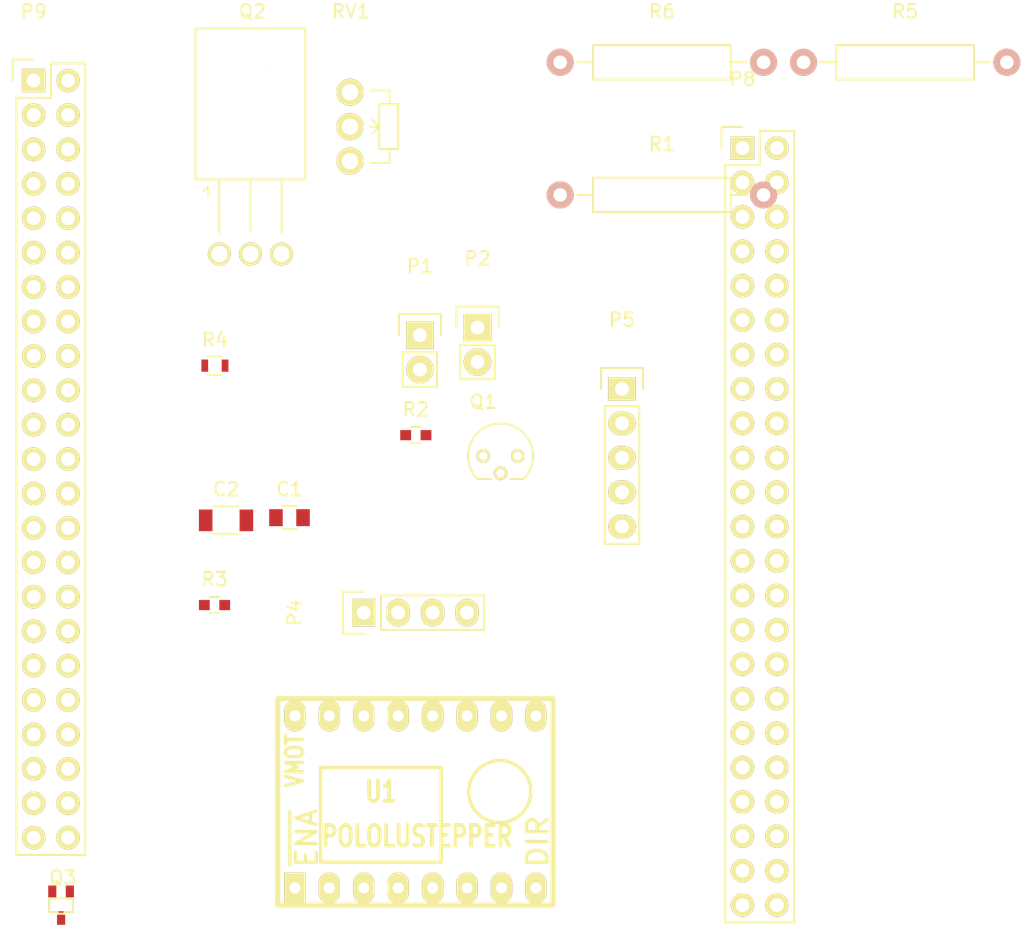
<source format=kicad_pcb>
(kicad_pcb (version 20160815) (host pcbnew "(2016-10-23 revision 4ee344e15)-master")

  (general
    (links 41)
    (no_connects 41)
    (area 0 0 0 0)
    (thickness 1.6)
    (drawings 0)
    (tracks 0)
    (zones 0)
    (modules 19)
    (nets 109)
  )

  (page A4)
  (layers
    (0 F.Cu signal)
    (31 B.Cu signal)
    (32 B.Adhes user)
    (33 F.Adhes user)
    (34 B.Paste user)
    (35 F.Paste user)
    (36 B.SilkS user)
    (37 F.SilkS user)
    (38 B.Mask user)
    (39 F.Mask user)
    (40 Dwgs.User user)
    (41 Cmts.User user)
    (42 Eco1.User user)
    (43 Eco2.User user)
    (44 Edge.Cuts user)
    (45 Margin user)
    (46 B.CrtYd user)
    (47 F.CrtYd user)
    (48 B.Fab user)
    (49 F.Fab user)
  )

  (setup
    (last_trace_width 0.25)
    (trace_clearance 0.2)
    (zone_clearance 0.508)
    (zone_45_only no)
    (trace_min 0.2)
    (segment_width 0.2)
    (edge_width 0.15)
    (via_size 0.8)
    (via_drill 0.4)
    (via_min_size 0.4)
    (via_min_drill 0.3)
    (uvia_size 0.3)
    (uvia_drill 0.1)
    (uvias_allowed no)
    (uvia_min_size 0.2)
    (uvia_min_drill 0.1)
    (pcb_text_width 0.3)
    (pcb_text_size 1.5 1.5)
    (mod_edge_width 0.15)
    (mod_text_size 1 1)
    (mod_text_width 0.15)
    (pad_size 1.524 1.524)
    (pad_drill 0.762)
    (pad_to_mask_clearance 0.2)
    (aux_axis_origin 0 0)
    (visible_elements FFFFFF7F)
    (pcbplotparams
      (layerselection 0x00030_ffffffff)
      (usegerberextensions false)
      (excludeedgelayer true)
      (linewidth 0.100000)
      (plotframeref false)
      (viasonmask false)
      (mode 1)
      (useauxorigin false)
      (hpglpennumber 1)
      (hpglpenspeed 20)
      (hpglpendiameter 15)
      (psnegative false)
      (psa4output false)
      (plotreference true)
      (plotvalue true)
      (plotinvisibletext false)
      (padsonsilk false)
      (subtractmaskfromsilk false)
      (outputformat 1)
      (mirror false)
      (drillshape 1)
      (scaleselection 1)
      (outputdirectory ""))
  )

  (net 0 "")
  (net 1 "Net-(C1-Pad1)")
  (net 2 GND)
  (net 3 "Net-(C2-Pad1)")
  (net 4 +12V)
  (net 5 "Net-(P2-Pad1)")
  (net 6 "Net-(P2-Pad2)")
  (net 7 "Net-(P4-Pad1)")
  (net 8 "Net-(P4-Pad2)")
  (net 9 "Net-(P4-Pad3)")
  (net 10 "Net-(P4-Pad4)")
  (net 11 MIRROR_CLK)
  (net 12 "Net-(P5-Pad2)")
  (net 13 "Net-(P8-Pad46)")
  (net 14 "Net-(P8-Pad45)")
  (net 15 "Net-(P8-Pad44)")
  (net 16 "Net-(P8-Pad43)")
  (net 17 "Net-(P8-Pad42)")
  (net 18 "Net-(P8-Pad41)")
  (net 19 "Net-(P8-Pad40)")
  (net 20 "Net-(P8-Pad39)")
  (net 21 "Net-(P8-Pad38)")
  (net 22 "Net-(P8-Pad37)")
  (net 23 "Net-(P8-Pad36)")
  (net 24 "Net-(P8-Pad35)")
  (net 25 "Net-(P8-Pad34)")
  (net 26 "Net-(P8-Pad33)")
  (net 27 "Net-(P8-Pad32)")
  (net 28 "Net-(P8-Pad31)")
  (net 29 "Net-(P8-Pad30)")
  (net 30 "Net-(P8-Pad29)")
  (net 31 "Net-(P8-Pad28)")
  (net 32 "Net-(P8-Pad27)")
  (net 33 "Net-(P8-Pad26)")
  (net 34 "Net-(P8-Pad25)")
  (net 35 "Net-(P8-Pad24)")
  (net 36 "Net-(P8-Pad23)")
  (net 37 "Net-(P8-Pad22)")
  (net 38 "Net-(P8-Pad21)")
  (net 39 "Net-(P8-Pad20)")
  (net 40 "Net-(P8-Pad19)")
  (net 41 "Net-(P8-Pad18)")
  (net 42 "Net-(P8-Pad17)")
  (net 43 "Net-(P8-Pad16)")
  (net 44 "Net-(P8-Pad15)")
  (net 45 "Net-(P8-Pad14)")
  (net 46 "Net-(P8-Pad13)")
  (net 47 "Net-(P8-Pad12)")
  (net 48 "Net-(P8-Pad11)")
  (net 49 "Net-(P8-Pad10)")
  (net 50 "Net-(P8-Pad9)")
  (net 51 "Net-(P8-Pad8)")
  (net 52 "Net-(P8-Pad7)")
  (net 53 "Net-(P8-Pad6)")
  (net 54 "Net-(P8-Pad5)")
  (net 55 "Net-(P8-Pad4)")
  (net 56 "Net-(P8-Pad3)")
  (net 57 "Net-(P8-Pad2)")
  (net 58 "Net-(P8-Pad1)")
  (net 59 3.3V)
  (net 60 "Net-(P9-Pad5)")
  (net 61 "Net-(P9-Pad6)")
  (net 62 "Net-(P9-Pad7)")
  (net 63 "Net-(P9-Pad8)")
  (net 64 "Net-(P9-Pad9)")
  (net 65 "Net-(P9-Pad10)")
  (net 66 "Net-(P9-Pad11)")
  (net 67 "Net-(P9-Pad12)")
  (net 68 SLED_STEP)
  (net 69 ~SLED_EN)
  (net 70 SLED_DIR)
  (net 71 "Net-(P9-Pad16)")
  (net 72 LASER_DATA)
  (net 73 "Net-(P9-Pad19)")
  (net 74 "Net-(P9-Pad20)")
  (net 75 "Net-(P9-Pad21)")
  (net 76 "Net-(P9-Pad22)")
  (net 77 "Net-(P9-Pad23)")
  (net 78 "Net-(P9-Pad24)")
  (net 79 "Net-(P9-Pad25)")
  (net 80 "Net-(P9-Pad26)")
  (net 81 "Net-(P9-Pad27)")
  (net 82 "Net-(P9-Pad28)")
  (net 83 "Net-(P9-Pad29)")
  (net 84 "Net-(P9-Pad30)")
  (net 85 "Net-(P9-Pad31)")
  (net 86 "Net-(P9-Pad32)")
  (net 87 "Net-(P9-Pad33)")
  (net 88 "Net-(P9-Pad34)")
  (net 89 "Net-(P9-Pad35)")
  (net 90 "Net-(P9-Pad36)")
  (net 91 "Net-(P9-Pad37)")
  (net 92 "Net-(P9-Pad38)")
  (net 93 "Net-(P9-Pad39)")
  (net 94 "Net-(P9-Pad40)")
  (net 95 "Net-(P9-Pad41)")
  (net 96 "Net-(P9-Pad42)")
  (net 97 "Net-(P9-Pad43)")
  (net 98 "Net-(P9-Pad44)")
  (net 99 "Net-(P9-Pad45)")
  (net 100 "Net-(P9-Pad46)")
  (net 101 +5V)
  (net 102 "Net-(Q2-Pad1)")
  (net 103 "Net-(Q3-Pad3)")
  (net 104 "Net-(R2-Pad2)")
  (net 105 "Net-(R3-Pad1)")
  (net 106 "Net-(P3-Pad2)")
  (net 107 "Net-(P3-Pad4)")
  (net 108 "Net-(P3-Pad6)")

  (net_class Default "This is the default net class."
    (clearance 0.2)
    (trace_width 0.25)
    (via_dia 0.8)
    (via_drill 0.4)
    (uvia_dia 0.3)
    (uvia_drill 0.1)
    (diff_pair_gap 0.25)
    (diff_pair_width 0.2)
    (add_net +12V)
    (add_net +5V)
    (add_net 3.3V)
    (add_net GND)
    (add_net LASER_DATA)
    (add_net MIRROR_CLK)
    (add_net "Net-(C1-Pad1)")
    (add_net "Net-(C2-Pad1)")
    (add_net "Net-(P2-Pad1)")
    (add_net "Net-(P2-Pad2)")
    (add_net "Net-(P3-Pad2)")
    (add_net "Net-(P3-Pad4)")
    (add_net "Net-(P3-Pad6)")
    (add_net "Net-(P4-Pad1)")
    (add_net "Net-(P4-Pad2)")
    (add_net "Net-(P4-Pad3)")
    (add_net "Net-(P4-Pad4)")
    (add_net "Net-(P5-Pad2)")
    (add_net "Net-(P8-Pad1)")
    (add_net "Net-(P8-Pad10)")
    (add_net "Net-(P8-Pad11)")
    (add_net "Net-(P8-Pad12)")
    (add_net "Net-(P8-Pad13)")
    (add_net "Net-(P8-Pad14)")
    (add_net "Net-(P8-Pad15)")
    (add_net "Net-(P8-Pad16)")
    (add_net "Net-(P8-Pad17)")
    (add_net "Net-(P8-Pad18)")
    (add_net "Net-(P8-Pad19)")
    (add_net "Net-(P8-Pad2)")
    (add_net "Net-(P8-Pad20)")
    (add_net "Net-(P8-Pad21)")
    (add_net "Net-(P8-Pad22)")
    (add_net "Net-(P8-Pad23)")
    (add_net "Net-(P8-Pad24)")
    (add_net "Net-(P8-Pad25)")
    (add_net "Net-(P8-Pad26)")
    (add_net "Net-(P8-Pad27)")
    (add_net "Net-(P8-Pad28)")
    (add_net "Net-(P8-Pad29)")
    (add_net "Net-(P8-Pad3)")
    (add_net "Net-(P8-Pad30)")
    (add_net "Net-(P8-Pad31)")
    (add_net "Net-(P8-Pad32)")
    (add_net "Net-(P8-Pad33)")
    (add_net "Net-(P8-Pad34)")
    (add_net "Net-(P8-Pad35)")
    (add_net "Net-(P8-Pad36)")
    (add_net "Net-(P8-Pad37)")
    (add_net "Net-(P8-Pad38)")
    (add_net "Net-(P8-Pad39)")
    (add_net "Net-(P8-Pad4)")
    (add_net "Net-(P8-Pad40)")
    (add_net "Net-(P8-Pad41)")
    (add_net "Net-(P8-Pad42)")
    (add_net "Net-(P8-Pad43)")
    (add_net "Net-(P8-Pad44)")
    (add_net "Net-(P8-Pad45)")
    (add_net "Net-(P8-Pad46)")
    (add_net "Net-(P8-Pad5)")
    (add_net "Net-(P8-Pad6)")
    (add_net "Net-(P8-Pad7)")
    (add_net "Net-(P8-Pad8)")
    (add_net "Net-(P8-Pad9)")
    (add_net "Net-(P9-Pad10)")
    (add_net "Net-(P9-Pad11)")
    (add_net "Net-(P9-Pad12)")
    (add_net "Net-(P9-Pad16)")
    (add_net "Net-(P9-Pad19)")
    (add_net "Net-(P9-Pad20)")
    (add_net "Net-(P9-Pad21)")
    (add_net "Net-(P9-Pad22)")
    (add_net "Net-(P9-Pad23)")
    (add_net "Net-(P9-Pad24)")
    (add_net "Net-(P9-Pad25)")
    (add_net "Net-(P9-Pad26)")
    (add_net "Net-(P9-Pad27)")
    (add_net "Net-(P9-Pad28)")
    (add_net "Net-(P9-Pad29)")
    (add_net "Net-(P9-Pad30)")
    (add_net "Net-(P9-Pad31)")
    (add_net "Net-(P9-Pad32)")
    (add_net "Net-(P9-Pad33)")
    (add_net "Net-(P9-Pad34)")
    (add_net "Net-(P9-Pad35)")
    (add_net "Net-(P9-Pad36)")
    (add_net "Net-(P9-Pad37)")
    (add_net "Net-(P9-Pad38)")
    (add_net "Net-(P9-Pad39)")
    (add_net "Net-(P9-Pad40)")
    (add_net "Net-(P9-Pad41)")
    (add_net "Net-(P9-Pad42)")
    (add_net "Net-(P9-Pad43)")
    (add_net "Net-(P9-Pad44)")
    (add_net "Net-(P9-Pad45)")
    (add_net "Net-(P9-Pad46)")
    (add_net "Net-(P9-Pad5)")
    (add_net "Net-(P9-Pad6)")
    (add_net "Net-(P9-Pad7)")
    (add_net "Net-(P9-Pad8)")
    (add_net "Net-(P9-Pad9)")
    (add_net "Net-(Q2-Pad1)")
    (add_net "Net-(Q3-Pad3)")
    (add_net "Net-(R2-Pad2)")
    (add_net "Net-(R3-Pad1)")
    (add_net SLED_DIR)
    (add_net SLED_STEP)
    (add_net ~SLED_EN)
  )

  (module Capacitors_SMD:C_0805 (layer F.Cu) (tedit 5415D6EA) (tstamp 5876B616)
    (at 88.502395 71.730216)
    (descr "Capacitor SMD 0805, reflow soldering, AVX (see smccp.pdf)")
    (tags "capacitor 0805")
    (path /5873124A)
    (attr smd)
    (fp_text reference C1 (at 0 -2.1) (layer F.SilkS)
      (effects (font (size 1 1) (thickness 0.15)))
    )
    (fp_text value 100n (at 0 2.1) (layer F.Fab)
      (effects (font (size 1 1) (thickness 0.15)))
    )
    (fp_line (start -1.8 -1) (end 1.8 -1) (layer F.CrtYd) (width 0.05))
    (fp_line (start -1.8 1) (end 1.8 1) (layer F.CrtYd) (width 0.05))
    (fp_line (start -1.8 -1) (end -1.8 1) (layer F.CrtYd) (width 0.05))
    (fp_line (start 1.8 -1) (end 1.8 1) (layer F.CrtYd) (width 0.05))
    (fp_line (start 0.5 -0.85) (end -0.5 -0.85) (layer F.SilkS) (width 0.15))
    (fp_line (start -0.5 0.85) (end 0.5 0.85) (layer F.SilkS) (width 0.15))
    (pad 1 smd rect (at -1 0) (size 1 1.25) (layers F.Cu F.Paste F.Mask)
      (net 1 "Net-(C1-Pad1)"))
    (pad 2 smd rect (at 1 0) (size 1 1.25) (layers F.Cu F.Paste F.Mask)
      (net 2 GND))
    (model Capacitors_SMD.3dshapes/C_0805.wrl
      (at (xyz 0 0 0))
      (scale (xyz 1 1 1))
      (rotate (xyz 0 0 0))
    )
  )

  (module Capacitors_SMD:C_1206 (layer F.Cu) (tedit 5415D7BD) (tstamp 5876B622)
    (at 83.821444 71.930216)
    (descr "Capacitor SMD 1206, reflow soldering, AVX (see smccp.pdf)")
    (tags "capacitor 1206")
    (path /587316D5)
    (attr smd)
    (fp_text reference C2 (at 0 -2.3) (layer F.SilkS)
      (effects (font (size 1 1) (thickness 0.15)))
    )
    (fp_text value 10u (at 0 2.3) (layer F.Fab)
      (effects (font (size 1 1) (thickness 0.15)))
    )
    (fp_line (start -2.3 -1.15) (end 2.3 -1.15) (layer F.CrtYd) (width 0.05))
    (fp_line (start -2.3 1.15) (end 2.3 1.15) (layer F.CrtYd) (width 0.05))
    (fp_line (start -2.3 -1.15) (end -2.3 1.15) (layer F.CrtYd) (width 0.05))
    (fp_line (start 2.3 -1.15) (end 2.3 1.15) (layer F.CrtYd) (width 0.05))
    (fp_line (start 1 -1.025) (end -1 -1.025) (layer F.SilkS) (width 0.15))
    (fp_line (start -1 1.025) (end 1 1.025) (layer F.SilkS) (width 0.15))
    (pad 1 smd rect (at -1.5 0) (size 1 1.6) (layers F.Cu F.Paste F.Mask)
      (net 3 "Net-(C2-Pad1)"))
    (pad 2 smd rect (at 1.5 0) (size 1 1.6) (layers F.Cu F.Paste F.Mask)
      (net 2 GND))
    (model Capacitors_SMD.3dshapes/C_1206.wrl
      (at (xyz 0 0 0))
      (scale (xyz 1 1 1))
      (rotate (xyz 0 0 0))
    )
  )

  (module Pin_Headers:Pin_Header_Straight_1x02 (layer F.Cu) (tedit 54EA090C) (tstamp 5876B633)
    (at 98.121444 58.260216)
    (descr "Through hole pin header")
    (tags "pin header")
    (path /58738E9B)
    (fp_text reference P1 (at 0 -5.1) (layer F.SilkS)
      (effects (font (size 1 1) (thickness 0.15)))
    )
    (fp_text value 12V (at 0 -3.1) (layer F.Fab)
      (effects (font (size 1 1) (thickness 0.15)))
    )
    (fp_line (start -1.27 3.81) (end 1.27 3.81) (layer F.SilkS) (width 0.15))
    (fp_line (start -1.27 1.27) (end -1.27 3.81) (layer F.SilkS) (width 0.15))
    (fp_line (start -1.55 -1.55) (end 1.55 -1.55) (layer F.SilkS) (width 0.15))
    (fp_line (start -1.55 0) (end -1.55 -1.55) (layer F.SilkS) (width 0.15))
    (fp_line (start 1.27 1.27) (end -1.27 1.27) (layer F.SilkS) (width 0.15))
    (fp_line (start -1.75 4.3) (end 1.75 4.3) (layer F.CrtYd) (width 0.05))
    (fp_line (start -1.75 -1.75) (end 1.75 -1.75) (layer F.CrtYd) (width 0.05))
    (fp_line (start 1.75 -1.75) (end 1.75 4.3) (layer F.CrtYd) (width 0.05))
    (fp_line (start -1.75 -1.75) (end -1.75 4.3) (layer F.CrtYd) (width 0.05))
    (fp_line (start 1.55 -1.55) (end 1.55 0) (layer F.SilkS) (width 0.15))
    (fp_line (start 1.27 1.27) (end 1.27 3.81) (layer F.SilkS) (width 0.15))
    (pad 2 thru_hole oval (at 0 2.54) (size 2.032 2.032) (drill 1.016) (layers *.Cu *.Mask F.SilkS)
      (net 2 GND))
    (pad 1 thru_hole rect (at 0 0) (size 2.032 2.032) (drill 1.016) (layers *.Cu *.Mask F.SilkS)
      (net 4 +12V))
    (model Pin_Headers.3dshapes/Pin_Header_Straight_1x02.wrl
      (at (xyz 0 -0.05 0))
      (scale (xyz 1 1 1))
      (rotate (xyz 0 0 90))
    )
  )

  (module Pin_Headers:Pin_Header_Straight_1x02 (layer F.Cu) (tedit 54EA090C) (tstamp 5876B644)
    (at 102.371443 57.700216)
    (descr "Through hole pin header")
    (tags "pin header")
    (path /58732D1D)
    (fp_text reference P2 (at 0 -5.1) (layer F.SilkS)
      (effects (font (size 1 1) (thickness 0.15)))
    )
    (fp_text value Laser (at 0 -3.1) (layer F.Fab)
      (effects (font (size 1 1) (thickness 0.15)))
    )
    (fp_line (start 1.27 1.27) (end 1.27 3.81) (layer F.SilkS) (width 0.15))
    (fp_line (start 1.55 -1.55) (end 1.55 0) (layer F.SilkS) (width 0.15))
    (fp_line (start -1.75 -1.75) (end -1.75 4.3) (layer F.CrtYd) (width 0.05))
    (fp_line (start 1.75 -1.75) (end 1.75 4.3) (layer F.CrtYd) (width 0.05))
    (fp_line (start -1.75 -1.75) (end 1.75 -1.75) (layer F.CrtYd) (width 0.05))
    (fp_line (start -1.75 4.3) (end 1.75 4.3) (layer F.CrtYd) (width 0.05))
    (fp_line (start 1.27 1.27) (end -1.27 1.27) (layer F.SilkS) (width 0.15))
    (fp_line (start -1.55 0) (end -1.55 -1.55) (layer F.SilkS) (width 0.15))
    (fp_line (start -1.55 -1.55) (end 1.55 -1.55) (layer F.SilkS) (width 0.15))
    (fp_line (start -1.27 1.27) (end -1.27 3.81) (layer F.SilkS) (width 0.15))
    (fp_line (start -1.27 3.81) (end 1.27 3.81) (layer F.SilkS) (width 0.15))
    (pad 1 thru_hole rect (at 0 0) (size 2.032 2.032) (drill 1.016) (layers *.Cu *.Mask F.SilkS)
      (net 5 "Net-(P2-Pad1)"))
    (pad 2 thru_hole oval (at 0 2.54) (size 2.032 2.032) (drill 1.016) (layers *.Cu *.Mask F.SilkS)
      (net 6 "Net-(P2-Pad2)"))
    (model Pin_Headers.3dshapes/Pin_Header_Straight_1x02.wrl
      (at (xyz 0 -0.05 0))
      (scale (xyz 1 1 1))
      (rotate (xyz 0 0 90))
    )
  )

  (module Pin_Headers:Pin_Header_Straight_1x04 (layer F.Cu) (tedit 0) (tstamp 5876B657)
    (at 93.98 78.74 90)
    (descr "Through hole pin header")
    (tags "pin header")
    (path /58732183)
    (fp_text reference P4 (at 0 -5.1 90) (layer F.SilkS)
      (effects (font (size 1 1) (thickness 0.15)))
    )
    (fp_text value Stepper (at 0 -3.1 90) (layer F.Fab)
      (effects (font (size 1 1) (thickness 0.15)))
    )
    (fp_line (start -1.75 -1.75) (end -1.75 9.4) (layer F.CrtYd) (width 0.05))
    (fp_line (start 1.75 -1.75) (end 1.75 9.4) (layer F.CrtYd) (width 0.05))
    (fp_line (start -1.75 -1.75) (end 1.75 -1.75) (layer F.CrtYd) (width 0.05))
    (fp_line (start -1.75 9.4) (end 1.75 9.4) (layer F.CrtYd) (width 0.05))
    (fp_line (start -1.27 1.27) (end -1.27 8.89) (layer F.SilkS) (width 0.15))
    (fp_line (start 1.27 1.27) (end 1.27 8.89) (layer F.SilkS) (width 0.15))
    (fp_line (start 1.55 -1.55) (end 1.55 0) (layer F.SilkS) (width 0.15))
    (fp_line (start -1.27 8.89) (end 1.27 8.89) (layer F.SilkS) (width 0.15))
    (fp_line (start 1.27 1.27) (end -1.27 1.27) (layer F.SilkS) (width 0.15))
    (fp_line (start -1.55 0) (end -1.55 -1.55) (layer F.SilkS) (width 0.15))
    (fp_line (start -1.55 -1.55) (end 1.55 -1.55) (layer F.SilkS) (width 0.15))
    (pad 1 thru_hole rect (at 0 0 90) (size 2.032 1.7272) (drill 1.016) (layers *.Cu *.Mask F.SilkS)
      (net 7 "Net-(P4-Pad1)"))
    (pad 2 thru_hole oval (at 0 2.54 90) (size 2.032 1.7272) (drill 1.016) (layers *.Cu *.Mask F.SilkS)
      (net 8 "Net-(P4-Pad2)"))
    (pad 3 thru_hole oval (at 0 5.08 90) (size 2.032 1.7272) (drill 1.016) (layers *.Cu *.Mask F.SilkS)
      (net 9 "Net-(P4-Pad3)"))
    (pad 4 thru_hole oval (at 0 7.62 90) (size 2.032 1.7272) (drill 1.016) (layers *.Cu *.Mask F.SilkS)
      (net 10 "Net-(P4-Pad4)"))
    (model Pin_Headers.3dshapes/Pin_Header_Straight_1x04.wrl
      (at (xyz 0 -0.15 0))
      (scale (xyz 1 1 1))
      (rotate (xyz 0 0 90))
    )
  )

  (module Pin_Headers:Pin_Header_Straight_1x05 (layer F.Cu) (tedit 54EA0684) (tstamp 5876B66B)
    (at 113.03 62.23)
    (descr "Through hole pin header")
    (tags "pin header")
    (path /587366BA)
    (fp_text reference P5 (at 0 -5.1) (layer F.SilkS)
      (effects (font (size 1 1) (thickness 0.15)))
    )
    (fp_text value CONN_01X05 (at 0 -3.1) (layer F.Fab)
      (effects (font (size 1 1) (thickness 0.15)))
    )
    (fp_line (start -1.55 0) (end -1.55 -1.55) (layer F.SilkS) (width 0.15))
    (fp_line (start -1.55 -1.55) (end 1.55 -1.55) (layer F.SilkS) (width 0.15))
    (fp_line (start 1.55 -1.55) (end 1.55 0) (layer F.SilkS) (width 0.15))
    (fp_line (start -1.75 -1.75) (end -1.75 11.95) (layer F.CrtYd) (width 0.05))
    (fp_line (start 1.75 -1.75) (end 1.75 11.95) (layer F.CrtYd) (width 0.05))
    (fp_line (start -1.75 -1.75) (end 1.75 -1.75) (layer F.CrtYd) (width 0.05))
    (fp_line (start -1.75 11.95) (end 1.75 11.95) (layer F.CrtYd) (width 0.05))
    (fp_line (start 1.27 1.27) (end 1.27 11.43) (layer F.SilkS) (width 0.15))
    (fp_line (start 1.27 11.43) (end -1.27 11.43) (layer F.SilkS) (width 0.15))
    (fp_line (start -1.27 11.43) (end -1.27 1.27) (layer F.SilkS) (width 0.15))
    (fp_line (start 1.27 1.27) (end -1.27 1.27) (layer F.SilkS) (width 0.15))
    (pad 1 thru_hole rect (at 0 0) (size 2.032 1.7272) (drill 1.016) (layers *.Cu *.Mask F.SilkS)
      (net 11 MIRROR_CLK))
    (pad 2 thru_hole oval (at 0 2.54) (size 2.032 1.7272) (drill 1.016) (layers *.Cu *.Mask F.SilkS)
      (net 12 "Net-(P5-Pad2)"))
    (pad 3 thru_hole oval (at 0 5.08) (size 2.032 1.7272) (drill 1.016) (layers *.Cu *.Mask F.SilkS)
      (net 2 GND))
    (pad 4 thru_hole oval (at 0 7.62) (size 2.032 1.7272) (drill 1.016) (layers *.Cu *.Mask F.SilkS)
      (net 2 GND))
    (pad 5 thru_hole oval (at 0 10.16) (size 2.032 1.7272) (drill 1.016) (layers *.Cu *.Mask F.SilkS)
      (net 4 +12V))
    (model Pin_Headers.3dshapes/Pin_Header_Straight_1x05.wrl
      (at (xyz 0 -0.2 0))
      (scale (xyz 1 1 1))
      (rotate (xyz 0 0 90))
    )
  )

  (module Pin_Headers:Pin_Header_Straight_2x23 (layer F.Cu) (tedit 0) (tstamp 5876B6A9)
    (at 121.92 44.45)
    (descr "Through hole pin header")
    (tags "pin header")
    (path /58730D47)
    (fp_text reference P8 (at 0 -5.1) (layer F.SilkS)
      (effects (font (size 1 1) (thickness 0.15)))
    )
    (fp_text value BB_P8 (at 0 -3.1) (layer F.Fab)
      (effects (font (size 1 1) (thickness 0.15)))
    )
    (fp_line (start -1.55 -1.55) (end -1.55 0) (layer F.SilkS) (width 0.15))
    (fp_line (start 1.27 1.27) (end -1.27 1.27) (layer F.SilkS) (width 0.15))
    (fp_line (start 1.27 -1.27) (end 1.27 1.27) (layer F.SilkS) (width 0.15))
    (fp_line (start 0 -1.55) (end -1.55 -1.55) (layer F.SilkS) (width 0.15))
    (fp_line (start 3.81 -1.27) (end 1.27 -1.27) (layer F.SilkS) (width 0.15))
    (fp_line (start 3.81 57.15) (end -1.27 57.15) (layer F.SilkS) (width 0.15))
    (fp_line (start -1.27 57.15) (end -1.27 1.27) (layer F.SilkS) (width 0.15))
    (fp_line (start 3.81 57.15) (end 3.81 -1.27) (layer F.SilkS) (width 0.15))
    (fp_line (start -1.75 57.65) (end 4.3 57.65) (layer F.CrtYd) (width 0.05))
    (fp_line (start -1.75 -1.75) (end 4.3 -1.75) (layer F.CrtYd) (width 0.05))
    (fp_line (start 4.3 -1.75) (end 4.3 57.65) (layer F.CrtYd) (width 0.05))
    (fp_line (start -1.75 -1.75) (end -1.75 57.65) (layer F.CrtYd) (width 0.05))
    (pad 46 thru_hole oval (at 2.54 55.88) (size 1.7272 1.7272) (drill 1.016) (layers *.Cu *.Mask F.SilkS)
      (net 13 "Net-(P8-Pad46)"))
    (pad 45 thru_hole oval (at 0 55.88) (size 1.7272 1.7272) (drill 1.016) (layers *.Cu *.Mask F.SilkS)
      (net 14 "Net-(P8-Pad45)"))
    (pad 44 thru_hole oval (at 2.54 53.34) (size 1.7272 1.7272) (drill 1.016) (layers *.Cu *.Mask F.SilkS)
      (net 15 "Net-(P8-Pad44)"))
    (pad 43 thru_hole oval (at 0 53.34) (size 1.7272 1.7272) (drill 1.016) (layers *.Cu *.Mask F.SilkS)
      (net 16 "Net-(P8-Pad43)"))
    (pad 42 thru_hole oval (at 2.54 50.8) (size 1.7272 1.7272) (drill 1.016) (layers *.Cu *.Mask F.SilkS)
      (net 17 "Net-(P8-Pad42)"))
    (pad 41 thru_hole oval (at 0 50.8) (size 1.7272 1.7272) (drill 1.016) (layers *.Cu *.Mask F.SilkS)
      (net 18 "Net-(P8-Pad41)"))
    (pad 40 thru_hole oval (at 2.54 48.26) (size 1.7272 1.7272) (drill 1.016) (layers *.Cu *.Mask F.SilkS)
      (net 19 "Net-(P8-Pad40)"))
    (pad 39 thru_hole oval (at 0 48.26) (size 1.7272 1.7272) (drill 1.016) (layers *.Cu *.Mask F.SilkS)
      (net 20 "Net-(P8-Pad39)"))
    (pad 38 thru_hole oval (at 2.54 45.72) (size 1.7272 1.7272) (drill 1.016) (layers *.Cu *.Mask F.SilkS)
      (net 21 "Net-(P8-Pad38)"))
    (pad 37 thru_hole oval (at 0 45.72) (size 1.7272 1.7272) (drill 1.016) (layers *.Cu *.Mask F.SilkS)
      (net 22 "Net-(P8-Pad37)"))
    (pad 36 thru_hole oval (at 2.54 43.18) (size 1.7272 1.7272) (drill 1.016) (layers *.Cu *.Mask F.SilkS)
      (net 23 "Net-(P8-Pad36)"))
    (pad 35 thru_hole oval (at 0 43.18) (size 1.7272 1.7272) (drill 1.016) (layers *.Cu *.Mask F.SilkS)
      (net 24 "Net-(P8-Pad35)"))
    (pad 34 thru_hole oval (at 2.54 40.64) (size 1.7272 1.7272) (drill 1.016) (layers *.Cu *.Mask F.SilkS)
      (net 25 "Net-(P8-Pad34)"))
    (pad 33 thru_hole oval (at 0 40.64) (size 1.7272 1.7272) (drill 1.016) (layers *.Cu *.Mask F.SilkS)
      (net 26 "Net-(P8-Pad33)"))
    (pad 32 thru_hole oval (at 2.54 38.1) (size 1.7272 1.7272) (drill 1.016) (layers *.Cu *.Mask F.SilkS)
      (net 27 "Net-(P8-Pad32)"))
    (pad 31 thru_hole oval (at 0 38.1) (size 1.7272 1.7272) (drill 1.016) (layers *.Cu *.Mask F.SilkS)
      (net 28 "Net-(P8-Pad31)"))
    (pad 30 thru_hole oval (at 2.54 35.56) (size 1.7272 1.7272) (drill 1.016) (layers *.Cu *.Mask F.SilkS)
      (net 29 "Net-(P8-Pad30)"))
    (pad 29 thru_hole oval (at 0 35.56) (size 1.7272 1.7272) (drill 1.016) (layers *.Cu *.Mask F.SilkS)
      (net 30 "Net-(P8-Pad29)"))
    (pad 28 thru_hole oval (at 2.54 33.02) (size 1.7272 1.7272) (drill 1.016) (layers *.Cu *.Mask F.SilkS)
      (net 31 "Net-(P8-Pad28)"))
    (pad 27 thru_hole oval (at 0 33.02) (size 1.7272 1.7272) (drill 1.016) (layers *.Cu *.Mask F.SilkS)
      (net 32 "Net-(P8-Pad27)"))
    (pad 26 thru_hole oval (at 2.54 30.48) (size 1.7272 1.7272) (drill 1.016) (layers *.Cu *.Mask F.SilkS)
      (net 33 "Net-(P8-Pad26)"))
    (pad 25 thru_hole oval (at 0 30.48) (size 1.7272 1.7272) (drill 1.016) (layers *.Cu *.Mask F.SilkS)
      (net 34 "Net-(P8-Pad25)"))
    (pad 24 thru_hole oval (at 2.54 27.94) (size 1.7272 1.7272) (drill 1.016) (layers *.Cu *.Mask F.SilkS)
      (net 35 "Net-(P8-Pad24)"))
    (pad 23 thru_hole oval (at 0 27.94) (size 1.7272 1.7272) (drill 1.016) (layers *.Cu *.Mask F.SilkS)
      (net 36 "Net-(P8-Pad23)"))
    (pad 22 thru_hole oval (at 2.54 25.4) (size 1.7272 1.7272) (drill 1.016) (layers *.Cu *.Mask F.SilkS)
      (net 37 "Net-(P8-Pad22)"))
    (pad 21 thru_hole oval (at 0 25.4) (size 1.7272 1.7272) (drill 1.016) (layers *.Cu *.Mask F.SilkS)
      (net 38 "Net-(P8-Pad21)"))
    (pad 20 thru_hole oval (at 2.54 22.86) (size 1.7272 1.7272) (drill 1.016) (layers *.Cu *.Mask F.SilkS)
      (net 39 "Net-(P8-Pad20)"))
    (pad 19 thru_hole oval (at 0 22.86) (size 1.7272 1.7272) (drill 1.016) (layers *.Cu *.Mask F.SilkS)
      (net 40 "Net-(P8-Pad19)"))
    (pad 18 thru_hole oval (at 2.54 20.32) (size 1.7272 1.7272) (drill 1.016) (layers *.Cu *.Mask F.SilkS)
      (net 41 "Net-(P8-Pad18)"))
    (pad 17 thru_hole oval (at 0 20.32) (size 1.7272 1.7272) (drill 1.016) (layers *.Cu *.Mask F.SilkS)
      (net 42 "Net-(P8-Pad17)"))
    (pad 16 thru_hole oval (at 2.54 17.78) (size 1.7272 1.7272) (drill 1.016) (layers *.Cu *.Mask F.SilkS)
      (net 43 "Net-(P8-Pad16)"))
    (pad 15 thru_hole oval (at 0 17.78) (size 1.7272 1.7272) (drill 1.016) (layers *.Cu *.Mask F.SilkS)
      (net 44 "Net-(P8-Pad15)"))
    (pad 14 thru_hole oval (at 2.54 15.24) (size 1.7272 1.7272) (drill 1.016) (layers *.Cu *.Mask F.SilkS)
      (net 45 "Net-(P8-Pad14)"))
    (pad 13 thru_hole oval (at 0 15.24) (size 1.7272 1.7272) (drill 1.016) (layers *.Cu *.Mask F.SilkS)
      (net 46 "Net-(P8-Pad13)"))
    (pad 12 thru_hole oval (at 2.54 12.7) (size 1.7272 1.7272) (drill 1.016) (layers *.Cu *.Mask F.SilkS)
      (net 47 "Net-(P8-Pad12)"))
    (pad 11 thru_hole oval (at 0 12.7) (size 1.7272 1.7272) (drill 1.016) (layers *.Cu *.Mask F.SilkS)
      (net 48 "Net-(P8-Pad11)"))
    (pad 10 thru_hole oval (at 2.54 10.16) (size 1.7272 1.7272) (drill 1.016) (layers *.Cu *.Mask F.SilkS)
      (net 49 "Net-(P8-Pad10)"))
    (pad 9 thru_hole oval (at 0 10.16) (size 1.7272 1.7272) (drill 1.016) (layers *.Cu *.Mask F.SilkS)
      (net 50 "Net-(P8-Pad9)"))
    (pad 8 thru_hole oval (at 2.54 7.62) (size 1.7272 1.7272) (drill 1.016) (layers *.Cu *.Mask F.SilkS)
      (net 51 "Net-(P8-Pad8)"))
    (pad 7 thru_hole oval (at 0 7.62) (size 1.7272 1.7272) (drill 1.016) (layers *.Cu *.Mask F.SilkS)
      (net 52 "Net-(P8-Pad7)"))
    (pad 6 thru_hole oval (at 2.54 5.08) (size 1.7272 1.7272) (drill 1.016) (layers *.Cu *.Mask F.SilkS)
      (net 53 "Net-(P8-Pad6)"))
    (pad 5 thru_hole oval (at 0 5.08) (size 1.7272 1.7272) (drill 1.016) (layers *.Cu *.Mask F.SilkS)
      (net 54 "Net-(P8-Pad5)"))
    (pad 4 thru_hole oval (at 2.54 2.54) (size 1.7272 1.7272) (drill 1.016) (layers *.Cu *.Mask F.SilkS)
      (net 55 "Net-(P8-Pad4)"))
    (pad 3 thru_hole oval (at 0 2.54) (size 1.7272 1.7272) (drill 1.016) (layers *.Cu *.Mask F.SilkS)
      (net 56 "Net-(P8-Pad3)"))
    (pad 2 thru_hole oval (at 2.54 0) (size 1.7272 1.7272) (drill 1.016) (layers *.Cu *.Mask F.SilkS)
      (net 57 "Net-(P8-Pad2)"))
    (pad 1 thru_hole rect (at 0 0) (size 1.7272 1.7272) (drill 1.016) (layers *.Cu *.Mask F.SilkS)
      (net 58 "Net-(P8-Pad1)"))
    (model Pin_Headers.3dshapes/Pin_Header_Straight_2x23.wrl
      (at (xyz 0.05 -1.1 0))
      (scale (xyz 1 1 1))
      (rotate (xyz 0 0 90))
    )
  )

  (module Pin_Headers:Pin_Header_Straight_2x23 (layer F.Cu) (tedit 0) (tstamp 5876B6E7)
    (at 69.628586 39.470216)
    (descr "Through hole pin header")
    (tags "pin header")
    (path /58730CC3)
    (fp_text reference P9 (at 0 -5.1) (layer F.SilkS)
      (effects (font (size 1 1) (thickness 0.15)))
    )
    (fp_text value BB_P9 (at 0 -3.1) (layer F.Fab)
      (effects (font (size 1 1) (thickness 0.15)))
    )
    (fp_line (start -1.75 -1.75) (end -1.75 57.65) (layer F.CrtYd) (width 0.05))
    (fp_line (start 4.3 -1.75) (end 4.3 57.65) (layer F.CrtYd) (width 0.05))
    (fp_line (start -1.75 -1.75) (end 4.3 -1.75) (layer F.CrtYd) (width 0.05))
    (fp_line (start -1.75 57.65) (end 4.3 57.65) (layer F.CrtYd) (width 0.05))
    (fp_line (start 3.81 57.15) (end 3.81 -1.27) (layer F.SilkS) (width 0.15))
    (fp_line (start -1.27 57.15) (end -1.27 1.27) (layer F.SilkS) (width 0.15))
    (fp_line (start 3.81 57.15) (end -1.27 57.15) (layer F.SilkS) (width 0.15))
    (fp_line (start 3.81 -1.27) (end 1.27 -1.27) (layer F.SilkS) (width 0.15))
    (fp_line (start 0 -1.55) (end -1.55 -1.55) (layer F.SilkS) (width 0.15))
    (fp_line (start 1.27 -1.27) (end 1.27 1.27) (layer F.SilkS) (width 0.15))
    (fp_line (start 1.27 1.27) (end -1.27 1.27) (layer F.SilkS) (width 0.15))
    (fp_line (start -1.55 -1.55) (end -1.55 0) (layer F.SilkS) (width 0.15))
    (pad 1 thru_hole rect (at 0 0) (size 1.7272 1.7272) (drill 1.016) (layers *.Cu *.Mask F.SilkS)
      (net 2 GND))
    (pad 2 thru_hole oval (at 2.54 0) (size 1.7272 1.7272) (drill 1.016) (layers *.Cu *.Mask F.SilkS)
      (net 2 GND))
    (pad 3 thru_hole oval (at 0 2.54) (size 1.7272 1.7272) (drill 1.016) (layers *.Cu *.Mask F.SilkS)
      (net 59 3.3V))
    (pad 4 thru_hole oval (at 2.54 2.54) (size 1.7272 1.7272) (drill 1.016) (layers *.Cu *.Mask F.SilkS)
      (net 59 3.3V))
    (pad 5 thru_hole oval (at 0 5.08) (size 1.7272 1.7272) (drill 1.016) (layers *.Cu *.Mask F.SilkS)
      (net 60 "Net-(P9-Pad5)"))
    (pad 6 thru_hole oval (at 2.54 5.08) (size 1.7272 1.7272) (drill 1.016) (layers *.Cu *.Mask F.SilkS)
      (net 61 "Net-(P9-Pad6)"))
    (pad 7 thru_hole oval (at 0 7.62) (size 1.7272 1.7272) (drill 1.016) (layers *.Cu *.Mask F.SilkS)
      (net 62 "Net-(P9-Pad7)"))
    (pad 8 thru_hole oval (at 2.54 7.62) (size 1.7272 1.7272) (drill 1.016) (layers *.Cu *.Mask F.SilkS)
      (net 63 "Net-(P9-Pad8)"))
    (pad 9 thru_hole oval (at 0 10.16) (size 1.7272 1.7272) (drill 1.016) (layers *.Cu *.Mask F.SilkS)
      (net 64 "Net-(P9-Pad9)"))
    (pad 10 thru_hole oval (at 2.54 10.16) (size 1.7272 1.7272) (drill 1.016) (layers *.Cu *.Mask F.SilkS)
      (net 65 "Net-(P9-Pad10)"))
    (pad 11 thru_hole oval (at 0 12.7) (size 1.7272 1.7272) (drill 1.016) (layers *.Cu *.Mask F.SilkS)
      (net 66 "Net-(P9-Pad11)"))
    (pad 12 thru_hole oval (at 2.54 12.7) (size 1.7272 1.7272) (drill 1.016) (layers *.Cu *.Mask F.SilkS)
      (net 67 "Net-(P9-Pad12)"))
    (pad 13 thru_hole oval (at 0 15.24) (size 1.7272 1.7272) (drill 1.016) (layers *.Cu *.Mask F.SilkS)
      (net 68 SLED_STEP))
    (pad 14 thru_hole oval (at 2.54 15.24) (size 1.7272 1.7272) (drill 1.016) (layers *.Cu *.Mask F.SilkS)
      (net 69 ~SLED_EN))
    (pad 15 thru_hole oval (at 0 17.78) (size 1.7272 1.7272) (drill 1.016) (layers *.Cu *.Mask F.SilkS)
      (net 70 SLED_DIR))
    (pad 16 thru_hole oval (at 2.54 17.78) (size 1.7272 1.7272) (drill 1.016) (layers *.Cu *.Mask F.SilkS)
      (net 71 "Net-(P9-Pad16)"))
    (pad 17 thru_hole oval (at 0 20.32) (size 1.7272 1.7272) (drill 1.016) (layers *.Cu *.Mask F.SilkS)
      (net 72 LASER_DATA))
    (pad 18 thru_hole oval (at 2.54 20.32) (size 1.7272 1.7272) (drill 1.016) (layers *.Cu *.Mask F.SilkS)
      (net 11 MIRROR_CLK))
    (pad 19 thru_hole oval (at 0 22.86) (size 1.7272 1.7272) (drill 1.016) (layers *.Cu *.Mask F.SilkS)
      (net 73 "Net-(P9-Pad19)"))
    (pad 20 thru_hole oval (at 2.54 22.86) (size 1.7272 1.7272) (drill 1.016) (layers *.Cu *.Mask F.SilkS)
      (net 74 "Net-(P9-Pad20)"))
    (pad 21 thru_hole oval (at 0 25.4) (size 1.7272 1.7272) (drill 1.016) (layers *.Cu *.Mask F.SilkS)
      (net 75 "Net-(P9-Pad21)"))
    (pad 22 thru_hole oval (at 2.54 25.4) (size 1.7272 1.7272) (drill 1.016) (layers *.Cu *.Mask F.SilkS)
      (net 76 "Net-(P9-Pad22)"))
    (pad 23 thru_hole oval (at 0 27.94) (size 1.7272 1.7272) (drill 1.016) (layers *.Cu *.Mask F.SilkS)
      (net 77 "Net-(P9-Pad23)"))
    (pad 24 thru_hole oval (at 2.54 27.94) (size 1.7272 1.7272) (drill 1.016) (layers *.Cu *.Mask F.SilkS)
      (net 78 "Net-(P9-Pad24)"))
    (pad 25 thru_hole oval (at 0 30.48) (size 1.7272 1.7272) (drill 1.016) (layers *.Cu *.Mask F.SilkS)
      (net 79 "Net-(P9-Pad25)"))
    (pad 26 thru_hole oval (at 2.54 30.48) (size 1.7272 1.7272) (drill 1.016) (layers *.Cu *.Mask F.SilkS)
      (net 80 "Net-(P9-Pad26)"))
    (pad 27 thru_hole oval (at 0 33.02) (size 1.7272 1.7272) (drill 1.016) (layers *.Cu *.Mask F.SilkS)
      (net 81 "Net-(P9-Pad27)"))
    (pad 28 thru_hole oval (at 2.54 33.02) (size 1.7272 1.7272) (drill 1.016) (layers *.Cu *.Mask F.SilkS)
      (net 82 "Net-(P9-Pad28)"))
    (pad 29 thru_hole oval (at 0 35.56) (size 1.7272 1.7272) (drill 1.016) (layers *.Cu *.Mask F.SilkS)
      (net 83 "Net-(P9-Pad29)"))
    (pad 30 thru_hole oval (at 2.54 35.56) (size 1.7272 1.7272) (drill 1.016) (layers *.Cu *.Mask F.SilkS)
      (net 84 "Net-(P9-Pad30)"))
    (pad 31 thru_hole oval (at 0 38.1) (size 1.7272 1.7272) (drill 1.016) (layers *.Cu *.Mask F.SilkS)
      (net 85 "Net-(P9-Pad31)"))
    (pad 32 thru_hole oval (at 2.54 38.1) (size 1.7272 1.7272) (drill 1.016) (layers *.Cu *.Mask F.SilkS)
      (net 86 "Net-(P9-Pad32)"))
    (pad 33 thru_hole oval (at 0 40.64) (size 1.7272 1.7272) (drill 1.016) (layers *.Cu *.Mask F.SilkS)
      (net 87 "Net-(P9-Pad33)"))
    (pad 34 thru_hole oval (at 2.54 40.64) (size 1.7272 1.7272) (drill 1.016) (layers *.Cu *.Mask F.SilkS)
      (net 88 "Net-(P9-Pad34)"))
    (pad 35 thru_hole oval (at 0 43.18) (size 1.7272 1.7272) (drill 1.016) (layers *.Cu *.Mask F.SilkS)
      (net 89 "Net-(P9-Pad35)"))
    (pad 36 thru_hole oval (at 2.54 43.18) (size 1.7272 1.7272) (drill 1.016) (layers *.Cu *.Mask F.SilkS)
      (net 90 "Net-(P9-Pad36)"))
    (pad 37 thru_hole oval (at 0 45.72) (size 1.7272 1.7272) (drill 1.016) (layers *.Cu *.Mask F.SilkS)
      (net 91 "Net-(P9-Pad37)"))
    (pad 38 thru_hole oval (at 2.54 45.72) (size 1.7272 1.7272) (drill 1.016) (layers *.Cu *.Mask F.SilkS)
      (net 92 "Net-(P9-Pad38)"))
    (pad 39 thru_hole oval (at 0 48.26) (size 1.7272 1.7272) (drill 1.016) (layers *.Cu *.Mask F.SilkS)
      (net 93 "Net-(P9-Pad39)"))
    (pad 40 thru_hole oval (at 2.54 48.26) (size 1.7272 1.7272) (drill 1.016) (layers *.Cu *.Mask F.SilkS)
      (net 94 "Net-(P9-Pad40)"))
    (pad 41 thru_hole oval (at 0 50.8) (size 1.7272 1.7272) (drill 1.016) (layers *.Cu *.Mask F.SilkS)
      (net 95 "Net-(P9-Pad41)"))
    (pad 42 thru_hole oval (at 2.54 50.8) (size 1.7272 1.7272) (drill 1.016) (layers *.Cu *.Mask F.SilkS)
      (net 96 "Net-(P9-Pad42)"))
    (pad 43 thru_hole oval (at 0 53.34) (size 1.7272 1.7272) (drill 1.016) (layers *.Cu *.Mask F.SilkS)
      (net 97 "Net-(P9-Pad43)"))
    (pad 44 thru_hole oval (at 2.54 53.34) (size 1.7272 1.7272) (drill 1.016) (layers *.Cu *.Mask F.SilkS)
      (net 98 "Net-(P9-Pad44)"))
    (pad 45 thru_hole oval (at 0 55.88) (size 1.7272 1.7272) (drill 1.016) (layers *.Cu *.Mask F.SilkS)
      (net 99 "Net-(P9-Pad45)"))
    (pad 46 thru_hole oval (at 2.54 55.88) (size 1.7272 1.7272) (drill 1.016) (layers *.Cu *.Mask F.SilkS)
      (net 100 "Net-(P9-Pad46)"))
    (model Pin_Headers.3dshapes/Pin_Header_Straight_2x23.wrl
      (at (xyz 0.05 -1.1 0))
      (scale (xyz 1 1 1))
      (rotate (xyz 0 0 90))
    )
  )

  (module TO_SOT_Packages_THT:TO-92_Molded_Narrow_Reverse (layer F.Cu) (tedit 54F2435B) (tstamp 5876B6F6)
    (at 102.800014 67.180216)
    (descr "TO-92 leads molded, narrow, reverse, drill 0.6mm (see NXP sot054_po.pdf)")
    (tags "to-92 sc-43 sc-43a sot54 PA33 transistor")
    (path /58730F4B)
    (fp_text reference Q1 (at 0 -4 180) (layer F.SilkS)
      (effects (font (size 1 1) (thickness 0.15)))
    )
    (fp_text value BC237 (at 0 3 180) (layer F.Fab)
      (effects (font (size 1 1) (thickness 0.15)))
    )
    (fp_line (start -1.4 2.05) (end -1.4 -2.65) (layer F.CrtYd) (width 0.05))
    (fp_line (start -1.4 2.05) (end 3.95 2.05) (layer F.CrtYd) (width 0.05))
    (fp_line (start -0.43 1.7) (end 0.57 1.7) (layer F.SilkS) (width 0.15))
    (fp_arc (start 1.27 0) (end 1.27 -2.4) (angle -135) (layer F.SilkS) (width 0.15))
    (fp_arc (start 1.27 0) (end 1.27 -2.4) (angle 135) (layer F.SilkS) (width 0.15))
    (fp_line (start -1.4 -2.65) (end 3.95 -2.65) (layer F.CrtYd) (width 0.05))
    (fp_line (start 3.95 2.05) (end 3.95 -2.65) (layer F.CrtYd) (width 0.05))
    (fp_line (start 1.97 1.7) (end 2.97 1.7) (layer F.SilkS) (width 0.15))
    (pad 2 thru_hole circle (at 1.27 1.27 90) (size 1.00076 1.00076) (drill 0.6) (layers *.Cu *.Mask F.SilkS)
      (net 1 "Net-(C1-Pad1)"))
    (pad 3 thru_hole circle (at 2.54 0 90) (size 1.00076 1.00076) (drill 0.6) (layers *.Cu *.Mask F.SilkS)
      (net 3 "Net-(C2-Pad1)"))
    (pad 1 thru_hole circle (at 0 0 90) (size 1.00076 1.00076) (drill 0.6) (layers *.Cu *.Mask F.SilkS)
      (net 101 +5V))
    (model TO_SOT_Packages_THT.3dshapes/TO-92_Molded_Narrow_Reverse.wrl
      (at (xyz 0.05 0 0))
      (scale (xyz 1 1 1))
      (rotate (xyz 0 0 -90))
    )
  )

  (module TO_SOT_Packages_THT:SOT126_SOT32_Housing_Horizontal (layer F.Cu) (tedit 0) (tstamp 5876B707)
    (at 85.620204 52.269596)
    (descr "SOT126, SOT32, Housing, Horizontal,")
    (tags "SOT126, SOT32, Housing, Horizontal,")
    (path /58731677)
    (fp_text reference Q2 (at 0.14986 -17.89938) (layer F.SilkS)
      (effects (font (size 1 1) (thickness 0.15)))
    )
    (fp_text value BD135 (at 0.70104 4.30022) (layer F.Fab)
      (effects (font (size 1 1) (thickness 0.15)))
    )
    (fp_line (start -3.44932 -4.65074) (end -3.0988 -4.95046) (layer F.SilkS) (width 0.15))
    (fp_line (start -3.0988 -4.95046) (end -3.0988 -4.20116) (layer F.SilkS) (width 0.15))
    (fp_line (start -2.30124 -5.4991) (end -2.30124 -1.6002) (layer F.SilkS) (width 0.15))
    (fp_line (start 2.30124 -5.4991) (end 2.30124 -1.6002) (layer F.SilkS) (width 0.15))
    (fp_line (start 0 -5.4991) (end 0 -1.651) (layer F.SilkS) (width 0.15))
    (fp_line (start 4.04876 -5.4991) (end 4.04876 -16.6497) (layer F.SilkS) (width 0.15))
    (fp_line (start 4.04876 -16.6497) (end -4.04876 -16.6497) (layer F.SilkS) (width 0.15))
    (fp_line (start -4.04876 -16.6497) (end -4.04876 -5.4991) (layer F.SilkS) (width 0.15))
    (fp_line (start 4.04876 -5.4991) (end -4.04876 -5.4991) (layer F.SilkS) (width 0.15))
    (pad 2 thru_hole circle (at 0 0) (size 1.69926 1.69926) (drill 1.19888) (layers *.Cu *.Mask F.SilkS)
      (net 6 "Net-(P2-Pad2)"))
    (pad 1 thru_hole circle (at -2.29108 0) (size 1.69926 1.69926) (drill 1.19888) (layers *.Cu *.Mask F.SilkS)
      (net 102 "Net-(Q2-Pad1)"))
    (pad 3 thru_hole circle (at 2.29108 0) (size 1.69926 1.69926) (drill 1.19888) (layers *.Cu *.Mask F.SilkS)
      (net 3 "Net-(C2-Pad1)"))
    (pad "" np_thru_hole circle (at 0 -12.79906) (size 3.2004 3.2004) (drill 3.2004) (layers *.Cu *.Mask F.SilkS))
    (model TO_SOT_Packages_THT.3dshapes/SOT126_SOT32_Housing_Horizontal.wrl
      (at (xyz 0 0 0))
      (scale (xyz 0.3937 0.3937 0.3937))
      (rotate (xyz 0 0 0))
    )
  )

  (module TO_SOT_Packages_SMD:SOT-323 (layer F.Cu) (tedit 0) (tstamp 5876B716)
    (at 71.652395 100.332216)
    (tags "SMD SOT")
    (path /5873E738)
    (attr smd)
    (fp_text reference Q3 (at 0.127 -2.032) (layer F.SilkS)
      (effects (font (size 1 1) (thickness 0.15)))
    )
    (fp_text value MTM232270 (at 0 0) (layer F.Fab)
      (effects (font (size 1 1) (thickness 0.15)))
    )
    (fp_line (start 0.254 0.508) (end 0.889 0.508) (layer F.SilkS) (width 0.15))
    (fp_line (start 0.889 0.508) (end 0.889 -0.508) (layer F.SilkS) (width 0.15))
    (fp_line (start -0.889 -0.508) (end -0.889 0.508) (layer F.SilkS) (width 0.15))
    (fp_line (start -0.889 0.508) (end -0.254 0.508) (layer F.SilkS) (width 0.15))
    (fp_line (start 0.254 0.635) (end 0.254 0.508) (layer F.SilkS) (width 0.15))
    (fp_line (start -0.254 0.508) (end -0.254 0.635) (layer F.SilkS) (width 0.15))
    (fp_line (start 0.889 -0.508) (end -0.889 -0.508) (layer F.SilkS) (width 0.15))
    (fp_line (start -0.254 0.635) (end 0.254 0.635) (layer F.SilkS) (width 0.15))
    (pad 2 smd rect (at -0.65024 -0.94996) (size 0.59944 1.00076) (layers F.Cu F.Paste F.Mask)
      (net 2 GND))
    (pad 1 smd rect (at 0.65024 -0.94996) (size 0.59944 1.00076) (layers F.Cu F.Paste F.Mask)
      (net 72 LASER_DATA))
    (pad 3 smd rect (at 0 0.94996) (size 0.59944 1.00076) (layers F.Cu F.Paste F.Mask)
      (net 103 "Net-(Q3-Pad3)"))
    (model TO_SOT_Packages_SMD.3dshapes/SOT-323.wrl
      (at (xyz 0 0 0.001))
      (scale (xyz 0.3937 0.3937 0.3937))
      (rotate (xyz 0 0 0))
    )
  )

  (module Resistors_ThroughHole:Resistor_Horizontal_RM15mm (layer F.Cu) (tedit 569FCEE8) (tstamp 5876B726)
    (at 108.471444 47.909256)
    (descr "Resistor, Axial, RM 15mm,")
    (tags "Resistor Axial RM 15mm")
    (path /5873415E)
    (fp_text reference R1 (at 7.5 -3.74904) (layer F.SilkS)
      (effects (font (size 1 1) (thickness 0.15)))
    )
    (fp_text value R (at 7.5 4.0005) (layer F.Fab)
      (effects (font (size 1 1) (thickness 0.15)))
    )
    (fp_line (start 1.27 0) (end 2.42 0) (layer F.SilkS) (width 0.15))
    (fp_line (start 13.73 0) (end 12.58 0) (layer F.SilkS) (width 0.15))
    (fp_line (start 12.58 -1.27) (end 2.42 -1.27) (layer F.SilkS) (width 0.15))
    (fp_line (start 12.58 1.27) (end 12.58 -1.27) (layer F.SilkS) (width 0.15))
    (fp_line (start 2.42 1.27) (end 12.58 1.27) (layer F.SilkS) (width 0.15))
    (fp_line (start 2.42 -1.27) (end 2.42 1.27) (layer F.SilkS) (width 0.15))
    (fp_line (start 16.25 1.5) (end -1.25 1.5) (layer F.CrtYd) (width 0.05))
    (fp_line (start 16.25 -1.5) (end 16.25 1.5) (layer F.CrtYd) (width 0.05))
    (fp_line (start -1.25 -1.5) (end 16.25 -1.5) (layer F.CrtYd) (width 0.05))
    (fp_line (start -1.25 1.5) (end -1.25 -1.5) (layer F.CrtYd) (width 0.05))
    (pad 2 thru_hole circle (at 15 0) (size 1.99898 1.99898) (drill 1.00076) (layers *.Cu *.SilkS *.Mask)
      (net 5 "Net-(P2-Pad1)"))
    (pad 1 thru_hole circle (at 0 0) (size 1.99898 1.99898) (drill 1.00076) (layers *.Cu *.SilkS *.Mask)
      (net 4 +12V))
    (model Resistors_ThroughHole.3dshapes/Resistor_Horizontal_RM15mm.wrl
      (at (xyz 0.295 0 0))
      (scale (xyz 0.395 0.4 0.4))
      (rotate (xyz 0 0 0))
    )
  )

  (module Capacitors_SMD:C_0603 (layer F.Cu) (tedit 5415D631) (tstamp 5876B732)
    (at 97.821444 65.640216)
    (descr "Capacitor SMD 0603, reflow soldering, AVX (see smccp.pdf)")
    (tags "capacitor 0603")
    (path /5873110F)
    (attr smd)
    (fp_text reference R2 (at 0 -1.9) (layer F.SilkS)
      (effects (font (size 1 1) (thickness 0.15)))
    )
    (fp_text value R (at 0 1.9) (layer F.Fab)
      (effects (font (size 1 1) (thickness 0.15)))
    )
    (fp_line (start -1.45 -0.75) (end 1.45 -0.75) (layer F.CrtYd) (width 0.05))
    (fp_line (start -1.45 0.75) (end 1.45 0.75) (layer F.CrtYd) (width 0.05))
    (fp_line (start -1.45 -0.75) (end -1.45 0.75) (layer F.CrtYd) (width 0.05))
    (fp_line (start 1.45 -0.75) (end 1.45 0.75) (layer F.CrtYd) (width 0.05))
    (fp_line (start -0.35 -0.6) (end 0.35 -0.6) (layer F.SilkS) (width 0.15))
    (fp_line (start 0.35 0.6) (end -0.35 0.6) (layer F.SilkS) (width 0.15))
    (pad 1 smd rect (at -0.75 0) (size 0.8 0.75) (layers F.Cu F.Paste F.Mask)
      (net 101 +5V))
    (pad 2 smd rect (at 0.75 0) (size 0.8 0.75) (layers F.Cu F.Paste F.Mask)
      (net 104 "Net-(R2-Pad2)"))
    (model Capacitors_SMD.3dshapes/C_0603.wrl
      (at (xyz 0 0 0))
      (scale (xyz 1 1 1))
      (rotate (xyz 0 0 0))
    )
  )

  (module Capacitors_SMD:C_0603 (layer F.Cu) (tedit 5415D631) (tstamp 5876B73E)
    (at 82.971444 78.180216)
    (descr "Capacitor SMD 0603, reflow soldering, AVX (see smccp.pdf)")
    (tags "capacitor 0603")
    (path /587310D6)
    (attr smd)
    (fp_text reference R3 (at 0 -1.9) (layer F.SilkS)
      (effects (font (size 1 1) (thickness 0.15)))
    )
    (fp_text value R (at 0 1.9) (layer F.Fab)
      (effects (font (size 1 1) (thickness 0.15)))
    )
    (fp_line (start 0.35 0.6) (end -0.35 0.6) (layer F.SilkS) (width 0.15))
    (fp_line (start -0.35 -0.6) (end 0.35 -0.6) (layer F.SilkS) (width 0.15))
    (fp_line (start 1.45 -0.75) (end 1.45 0.75) (layer F.CrtYd) (width 0.05))
    (fp_line (start -1.45 -0.75) (end -1.45 0.75) (layer F.CrtYd) (width 0.05))
    (fp_line (start -1.45 0.75) (end 1.45 0.75) (layer F.CrtYd) (width 0.05))
    (fp_line (start -1.45 -0.75) (end 1.45 -0.75) (layer F.CrtYd) (width 0.05))
    (pad 2 smd rect (at 0.75 0) (size 0.8 0.75) (layers F.Cu F.Paste F.Mask)
      (net 2 GND))
    (pad 1 smd rect (at -0.75 0) (size 0.8 0.75) (layers F.Cu F.Paste F.Mask)
      (net 105 "Net-(R3-Pad1)"))
    (model Capacitors_SMD.3dshapes/C_0603.wrl
      (at (xyz 0 0 0))
      (scale (xyz 1 1 1))
      (rotate (xyz 0 0 0))
    )
  )

  (module Resistors_SMD:R_0603 (layer F.Cu) (tedit 5415CC62) (tstamp 5876B74A)
    (at 83.000014 60.510216)
    (descr "Resistor SMD 0603, reflow soldering, Vishay (see dcrcw.pdf)")
    (tags "resistor 0603")
    (path /587312B7)
    (attr smd)
    (fp_text reference R4 (at 0 -1.9) (layer F.SilkS)
      (effects (font (size 1 1) (thickness 0.15)))
    )
    (fp_text value 100 (at 0 1.9) (layer F.Fab)
      (effects (font (size 1 1) (thickness 0.15)))
    )
    (fp_line (start -1.3 -0.8) (end 1.3 -0.8) (layer F.CrtYd) (width 0.05))
    (fp_line (start -1.3 0.8) (end 1.3 0.8) (layer F.CrtYd) (width 0.05))
    (fp_line (start -1.3 -0.8) (end -1.3 0.8) (layer F.CrtYd) (width 0.05))
    (fp_line (start 1.3 -0.8) (end 1.3 0.8) (layer F.CrtYd) (width 0.05))
    (fp_line (start 0.5 0.675) (end -0.5 0.675) (layer F.SilkS) (width 0.15))
    (fp_line (start -0.5 -0.675) (end 0.5 -0.675) (layer F.SilkS) (width 0.15))
    (pad 1 smd rect (at -0.75 0) (size 0.5 0.9) (layers F.Cu F.Paste F.Mask)
      (net 3 "Net-(C2-Pad1)"))
    (pad 2 smd rect (at 0.75 0) (size 0.5 0.9) (layers F.Cu F.Paste F.Mask)
      (net 2 GND))
    (model Resistors_SMD.3dshapes/R_0603.wrl
      (at (xyz 0 0 0))
      (scale (xyz 1 1 1))
      (rotate (xyz 0 0 0))
    )
  )

  (module Resistors_ThroughHole:Resistor_Horizontal_RM15mm (layer F.Cu) (tedit 569FCEE8) (tstamp 5876B75A)
    (at 126.421444 38.119256)
    (descr "Resistor, Axial, RM 15mm,")
    (tags "Resistor Axial RM 15mm")
    (path /58731CFB)
    (fp_text reference R5 (at 7.5 -3.74904) (layer F.SilkS)
      (effects (font (size 1 1) (thickness 0.15)))
    )
    (fp_text value 4R7 (at 7.5 4.0005) (layer F.Fab)
      (effects (font (size 1 1) (thickness 0.15)))
    )
    (fp_line (start -1.25 1.5) (end -1.25 -1.5) (layer F.CrtYd) (width 0.05))
    (fp_line (start -1.25 -1.5) (end 16.25 -1.5) (layer F.CrtYd) (width 0.05))
    (fp_line (start 16.25 -1.5) (end 16.25 1.5) (layer F.CrtYd) (width 0.05))
    (fp_line (start 16.25 1.5) (end -1.25 1.5) (layer F.CrtYd) (width 0.05))
    (fp_line (start 2.42 -1.27) (end 2.42 1.27) (layer F.SilkS) (width 0.15))
    (fp_line (start 2.42 1.27) (end 12.58 1.27) (layer F.SilkS) (width 0.15))
    (fp_line (start 12.58 1.27) (end 12.58 -1.27) (layer F.SilkS) (width 0.15))
    (fp_line (start 12.58 -1.27) (end 2.42 -1.27) (layer F.SilkS) (width 0.15))
    (fp_line (start 13.73 0) (end 12.58 0) (layer F.SilkS) (width 0.15))
    (fp_line (start 1.27 0) (end 2.42 0) (layer F.SilkS) (width 0.15))
    (pad 1 thru_hole circle (at 0 0) (size 1.99898 1.99898) (drill 1.00076) (layers *.Cu *.SilkS *.Mask)
      (net 102 "Net-(Q2-Pad1)"))
    (pad 2 thru_hole circle (at 15 0) (size 1.99898 1.99898) (drill 1.00076) (layers *.Cu *.SilkS *.Mask)
      (net 103 "Net-(Q3-Pad3)"))
    (model Resistors_ThroughHole.3dshapes/Resistor_Horizontal_RM15mm.wrl
      (at (xyz 0.295 0 0))
      (scale (xyz 0.395 0.4 0.4))
      (rotate (xyz 0 0 0))
    )
  )

  (module Resistors_ThroughHole:Resistor_Horizontal_RM15mm (layer F.Cu) (tedit 569FCEE8) (tstamp 5876B76A)
    (at 108.471444 38.119256)
    (descr "Resistor, Axial, RM 15mm,")
    (tags "Resistor Axial RM 15mm")
    (path /58731D7E)
    (fp_text reference R6 (at 7.5 -3.74904) (layer F.SilkS)
      (effects (font (size 1 1) (thickness 0.15)))
    )
    (fp_text value 470 (at 7.5 4.0005) (layer F.Fab)
      (effects (font (size 1 1) (thickness 0.15)))
    )
    (fp_line (start -1.25 1.5) (end -1.25 -1.5) (layer F.CrtYd) (width 0.05))
    (fp_line (start -1.25 -1.5) (end 16.25 -1.5) (layer F.CrtYd) (width 0.05))
    (fp_line (start 16.25 -1.5) (end 16.25 1.5) (layer F.CrtYd) (width 0.05))
    (fp_line (start 16.25 1.5) (end -1.25 1.5) (layer F.CrtYd) (width 0.05))
    (fp_line (start 2.42 -1.27) (end 2.42 1.27) (layer F.SilkS) (width 0.15))
    (fp_line (start 2.42 1.27) (end 12.58 1.27) (layer F.SilkS) (width 0.15))
    (fp_line (start 12.58 1.27) (end 12.58 -1.27) (layer F.SilkS) (width 0.15))
    (fp_line (start 12.58 -1.27) (end 2.42 -1.27) (layer F.SilkS) (width 0.15))
    (fp_line (start 13.73 0) (end 12.58 0) (layer F.SilkS) (width 0.15))
    (fp_line (start 1.27 0) (end 2.42 0) (layer F.SilkS) (width 0.15))
    (pad 1 thru_hole circle (at 0 0) (size 1.99898 1.99898) (drill 1.00076) (layers *.Cu *.SilkS *.Mask)
      (net 102 "Net-(Q2-Pad1)"))
    (pad 2 thru_hole circle (at 15 0) (size 1.99898 1.99898) (drill 1.00076) (layers *.Cu *.SilkS *.Mask)
      (net 2 GND))
    (model Resistors_ThroughHole.3dshapes/Resistor_Horizontal_RM15mm.wrl
      (at (xyz 0.295 0 0))
      (scale (xyz 0.395 0.4 0.4))
      (rotate (xyz 0 0 0))
    )
  )

  (module Potentiometers:Potentiometer_WirePads_Small (layer F.Cu) (tedit 5446FD75) (tstamp 5876B77C)
    (at 92.964945 40.329056)
    (descr "Potentiometer, Wire Pads only, small, RevA, 02 Aug 2010,")
    (tags "Potentiometer, Wire Pads only, small, RevA, 02 Aug 2010,")
    (path /58731088)
    (fp_text reference RV1 (at 0.0508 -5.95884) (layer F.SilkS)
      (effects (font (size 1 1) (thickness 0.15)))
    )
    (fp_text value POT (at -1.34874 10.78992) (layer F.Fab)
      (effects (font (size 1 1) (thickness 0.15)))
    )
    (fp_line (start 2.921 4.191) (end 2.921 5.207) (layer F.SilkS) (width 0.15))
    (fp_line (start 2.921 5.207) (end 1.524 5.207) (layer F.SilkS) (width 0.15))
    (fp_line (start 2.921 0.889) (end 2.921 -0.127) (layer F.SilkS) (width 0.15))
    (fp_line (start 2.921 -0.127) (end 1.524 -0.127) (layer F.SilkS) (width 0.15))
    (fp_line (start 2.159 2.54) (end 1.524 2.54) (layer F.SilkS) (width 0.15))
    (fp_line (start 2.159 2.54) (end 1.651 3.048) (layer F.SilkS) (width 0.15))
    (fp_line (start 2.159 2.54) (end 1.651 2.032) (layer F.SilkS) (width 0.15))
    (fp_line (start 2.159 0.889) (end 3.556 0.889) (layer F.SilkS) (width 0.15))
    (fp_line (start 3.556 0.889) (end 3.556 4.191) (layer F.SilkS) (width 0.15))
    (fp_line (start 3.556 4.191) (end 2.159 4.191) (layer F.SilkS) (width 0.15))
    (fp_line (start 2.159 4.191) (end 2.159 0.889) (layer F.SilkS) (width 0.15))
    (pad 2 thru_hole circle (at 0 2.54) (size 1.99898 1.99898) (drill 1.19888) (layers *.Cu *.Mask F.SilkS)
      (net 1 "Net-(C1-Pad1)"))
    (pad 3 thru_hole circle (at 0 5.08) (size 1.99898 1.99898) (drill 1.19888) (layers *.Cu *.Mask F.SilkS)
      (net 105 "Net-(R3-Pad1)"))
    (pad 1 thru_hole circle (at 0 0) (size 1.99898 1.99898) (drill 1.19888) (layers *.Cu *.Mask F.SilkS)
      (net 104 "Net-(R2-Pad2)"))
  )

  (module ldgraphy:POLOLU (layer F.Cu) (tedit 52EDCF9E) (tstamp 5876BEDB)
    (at 97.79 95.25)
    (descr "16 pins DIL package, elliptical pads")
    (tags DIL)
    (path /587317E0)
    (fp_text reference U1 (at -2.54 -3.302) (layer F.SilkS)
      (effects (font (size 1.524 1.143) (thickness 0.3048)))
    )
    (fp_text value POLOLUSTEPPER (at 0.127 0) (layer F.SilkS)
      (effects (font (size 1.524 1.143) (thickness 0.3048)))
    )
    (fp_text user VMOT (at -8.89 -5.588 90) (layer F.SilkS)
      (effects (font (size 1.27 1.016) (thickness 0.254)))
    )
    (fp_text user DIR (at 9.017 0.381 90) (layer F.SilkS)
      (effects (font (thickness 0.254)))
    )
    (fp_text user ~ENA (at -8.001 0.127 90) (layer F.SilkS)
      (effects (font (thickness 0.254)))
    )
    (fp_line (start -6.985 -4.445) (end -6.985 1.905) (layer F.SilkS) (width 0.254))
    (fp_line (start -6.985 1.905) (end 1.905 1.905) (layer F.SilkS) (width 0.254))
    (fp_line (start 1.905 1.905) (end 1.905 -5.08) (layer F.SilkS) (width 0.254))
    (fp_line (start 1.905 -5.08) (end -6.985 -5.08) (layer F.SilkS) (width 0.254))
    (fp_line (start -6.985 -5.08) (end -6.985 -4.445) (layer F.SilkS) (width 0.254))
    (fp_circle (center 6.223 -3.302) (end 7.493 -5.207) (layer F.SilkS) (width 0.254))
    (fp_line (start -10.16 -10.16) (end 10.16 -10.16) (layer F.SilkS) (width 0.381))
    (fp_line (start 10.16 -10.16) (end 10.16 5.08) (layer F.SilkS) (width 0.381))
    (fp_line (start 10.16 5.08) (end -10.16 5.08) (layer F.SilkS) (width 0.381))
    (fp_line (start -10.16 5.08) (end -10.16 -10.16) (layer F.SilkS) (width 0.381))
    (pad 1 thru_hole rect (at -8.89 3.81) (size 1.5748 2.286) (drill 0.8128) (layers *.Cu *.Mask F.SilkS)
      (net 69 ~SLED_EN))
    (pad 2 thru_hole oval (at -6.35 3.81) (size 1.5748 2.286) (drill 0.8128) (layers *.Cu *.Mask F.SilkS)
      (net 106 "Net-(P3-Pad2)"))
    (pad 3 thru_hole oval (at -3.81 3.81) (size 1.5748 2.286) (drill 0.8128) (layers *.Cu *.Mask F.SilkS)
      (net 107 "Net-(P3-Pad4)"))
    (pad 4 thru_hole oval (at -1.27 3.81) (size 1.5748 2.286) (drill 0.8128) (layers *.Cu *.Mask F.SilkS)
      (net 108 "Net-(P3-Pad6)"))
    (pad 5 thru_hole oval (at 1.27 3.81) (size 1.5748 2.286) (drill 0.8128) (layers *.Cu *.Mask F.SilkS)
      (net 59 3.3V))
    (pad 6 thru_hole oval (at 3.81 3.81) (size 1.5748 2.286) (drill 0.8128) (layers *.Cu *.Mask F.SilkS)
      (net 59 3.3V))
    (pad 7 thru_hole oval (at 6.35 3.81) (size 1.5748 2.286) (drill 0.8128) (layers *.Cu *.Mask F.SilkS)
      (net 68 SLED_STEP))
    (pad 8 thru_hole oval (at 8.89 3.81) (size 1.5748 2.286) (drill 0.8128) (layers *.Cu *.Mask F.SilkS)
      (net 70 SLED_DIR))
    (pad 9 thru_hole oval (at 8.89 -8.89) (size 1.5748 2.286) (drill 0.8128) (layers *.Cu *.Mask F.SilkS)
      (net 2 GND))
    (pad 10 thru_hole oval (at 6.35 -8.89) (size 1.5748 2.286) (drill 0.8128) (layers *.Cu *.Mask F.SilkS)
      (net 59 3.3V))
    (pad 11 thru_hole oval (at 3.81 -8.89) (size 1.5748 2.286) (drill 0.8128) (layers *.Cu *.Mask F.SilkS)
      (net 10 "Net-(P4-Pad4)"))
    (pad 12 thru_hole oval (at 1.27 -8.89) (size 1.5748 2.286) (drill 0.8128) (layers *.Cu *.Mask F.SilkS)
      (net 9 "Net-(P4-Pad3)"))
    (pad 13 thru_hole oval (at -1.27 -8.89) (size 1.5748 2.286) (drill 0.8128) (layers *.Cu *.Mask F.SilkS)
      (net 8 "Net-(P4-Pad2)"))
    (pad 14 thru_hole oval (at -3.81 -8.89) (size 1.5748 2.286) (drill 0.8128) (layers *.Cu *.Mask F.SilkS)
      (net 7 "Net-(P4-Pad1)"))
    (pad 15 thru_hole oval (at -6.35 -8.89) (size 1.5748 2.286) (drill 0.8128) (layers *.Cu *.Mask F.SilkS)
      (net 2 GND))
    (pad 16 thru_hole oval (at -8.89 -8.89) (size 1.5748 2.286) (drill 0.8128) (layers *.Cu *.Mask F.SilkS)
      (net 4 +12V))
    (model dil/dil_16.wrl
      (at (xyz 0 0 0))
      (scale (xyz 1 1 1))
      (rotate (xyz 0 0 0))
    )
  )

)

</source>
